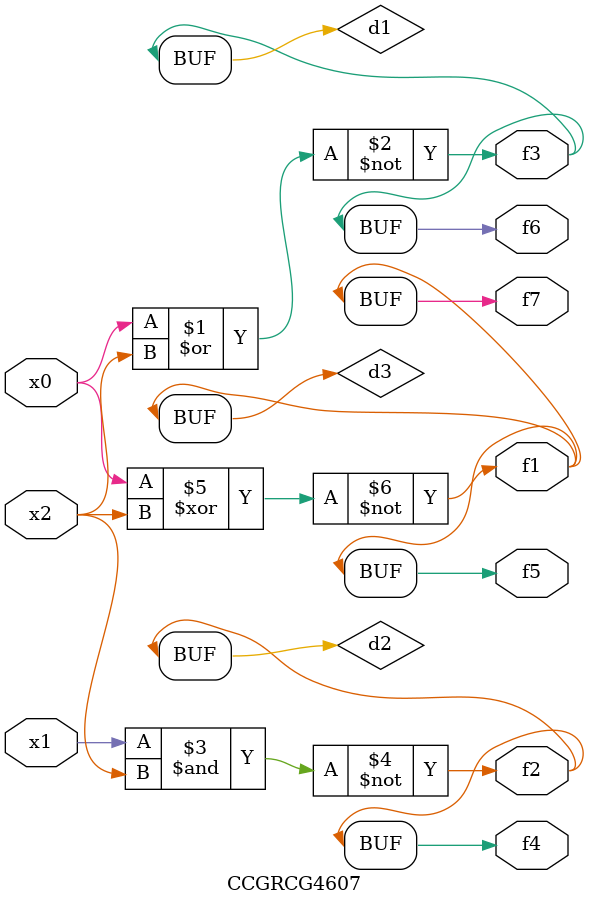
<source format=v>
module CCGRCG4607(
	input x0, x1, x2,
	output f1, f2, f3, f4, f5, f6, f7
);

	wire d1, d2, d3;

	nor (d1, x0, x2);
	nand (d2, x1, x2);
	xnor (d3, x0, x2);
	assign f1 = d3;
	assign f2 = d2;
	assign f3 = d1;
	assign f4 = d2;
	assign f5 = d3;
	assign f6 = d1;
	assign f7 = d3;
endmodule

</source>
